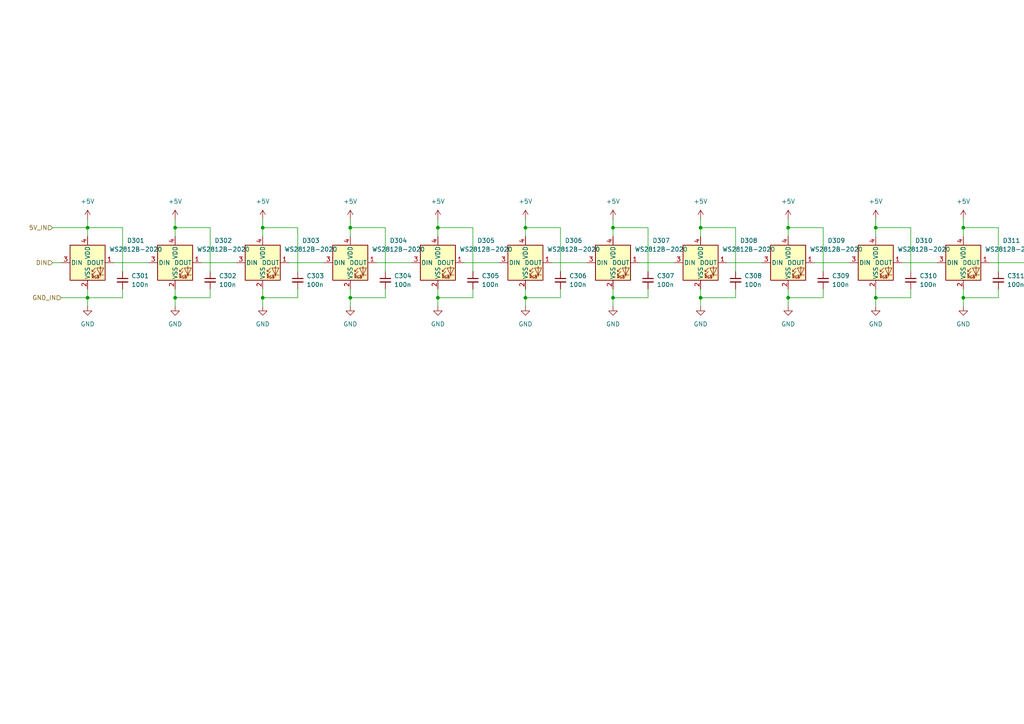
<source format=kicad_sch>
(kicad_sch (version 20250114) (generator "eeschema") (generator_version "9.0")
  (paper "A4")
  (lib_symbols
    (symbol "Device:C_Small" (pin_numbers (hide yes)) (pin_names (offset 0.254) (hide yes))
      (property "Reference" "C" (at 0.254 1.778 0))
      (property "Value" "C_Small" (at 0.254 -2.032 0))
      (symbol "C_Small_1_1"
        (pin passive line (at 0 2.54 270) (length 2.032) (name "~") (number "1"))
        (pin passive line (at 0 -2.54 90) (length 2.032) (name "~") (number "2"))
      )
    )
    (symbol "LED:WS2812B-2020" (pin_names (offset 0.254))
      (property "Reference" "D" (at 5.08 5.715 0))
      (property "Value" "WS2812B-2020" (at 1.27 -5.715 0))
      (symbol "WS2812B-2020_0_0"
        (text "RGB" (at 2.286 -4.191 0) (effects (font (size 0.762 0.762))))
      )
      (symbol "WS2812B-2020_1_1"
        (pin input line (at -7.62 0 0) (length 2.54) (name "DIN") (number "3"))
        (pin power_in line (at 0 7.62 270) (length 2.54) (name "VDD") (number "4"))
        (pin power_in line (at 0 -7.62 90) (length 2.54) (name "VSS") (number "2"))
        (pin output line (at 7.62 0 180) (length 2.54) (name "DOUT") (number "1"))
      )
    )
    (symbol "power:+5V" (power) (pin_numbers (hide yes)) (pin_names (offset 0) (hide yes))
      (property "Value" "+5V" (at 0 3.556 0))
      (symbol "+5V_1_1"
        (pin power_in line (at 0 0 90) (length 0) (name "~") (number "1"))
      )
    )
    (symbol "power:GND" (power) (pin_numbers (hide yes)) (pin_names (offset 0) (hide yes))
      (property "Value" "GND" (at 0 -3.81 0))
      (symbol "GND_1_1"
        (pin power_in line (at 0 0 270) (length 0) (name "~") (number "1"))
      )
    )
  )
  (junction (at 228.6 66.04))
  (junction (at 76.2 86.36))
  (junction (at 76.2 66.04))
  (junction (at 279.4 66.04))
  (junction (at 330.2 86.36))
  (junction (at 127 66.04))
  (junction (at 304.8 66.04))
  (junction (at 355.6 66.04))
  (junction (at 381 86.36))
  (junction (at 152.4 66.04))
  (junction (at 254 66.04))
  (junction (at 152.4 86.36))
  (junction (at 127 86.36))
  (junction (at 416.56 66.04))
  (junction (at 203.2 86.36))
  (junction (at 254 86.36))
  (junction (at 50.8 66.04))
  (junction (at 203.2 66.04))
  (junction (at 101.6 86.36))
  (junction (at 177.8 86.36))
  (junction (at 101.6 66.04))
  (junction (at 279.4 86.36))
  (junction (at 304.8 86.36))
  (junction (at 25.4 66.04))
  (junction (at 228.6 86.36))
  (junction (at 381 66.04))
  (junction (at 406.4 66.04))
  (junction (at 406.4 86.36))
  (junction (at 177.8 66.04))
  (junction (at 416.56 86.36))
  (junction (at 355.6 86.36))
  (junction (at 330.2 66.04))
  (junction (at 50.8 86.36))
  (junction (at 25.4 86.36))
  (wire (pts (xy 76.2 86.36) (xy 86.36 86.36)))
  (wire (pts (xy 127 66.04) (xy 137.16 66.04)))
  (wire (pts (xy 17.78 86.36) (xy 25.4 86.36)))
  (wire (pts (xy 289.56 66.04) (xy 289.56 78.74)))
  (wire (pts (xy 101.6 63.5) (xy 101.6 66.04)))
  (wire (pts (xy 279.4 86.36) (xy 289.56 86.36)))
  (wire (pts (xy 152.4 86.36) (xy 152.4 88.9)))
  (wire (pts (xy 279.4 66.04) (xy 289.56 66.04)))
  (wire (pts (xy 381 66.04) (xy 381 68.58)))
  (wire (pts (xy 381 86.36) (xy 391.16 86.36)))
  (wire (pts (xy 177.8 83.82) (xy 177.8 86.36)))
  (wire (pts (xy 177.8 66.04) (xy 177.8 68.58)))
  (wire (pts (xy 330.2 86.36) (xy 340.36 86.36)))
  (wire (pts (xy 312.42 76.2) (xy 322.58 76.2)))
  (wire (pts (xy 127 66.04) (xy 127 68.58)))
  (wire (pts (xy 406.4 66.04) (xy 406.4 68.58)))
  (wire (pts (xy 25.4 86.36) (xy 35.56 86.36)))
  (wire (pts (xy 160.02 76.2) (xy 170.18 76.2)))
  (wire (pts (xy 228.6 86.36) (xy 238.76 86.36)))
  (wire (pts (xy 101.6 86.36) (xy 111.76 86.36)))
  (wire (pts (xy 203.2 66.04) (xy 203.2 68.58)))
  (wire (pts (xy 162.56 66.04) (xy 162.56 78.74)))
  (wire (pts (xy 289.56 86.36) (xy 289.56 83.82)))
  (wire (pts (xy 330.2 66.04) (xy 340.36 66.04)))
  (wire (pts (xy 304.8 66.04) (xy 314.96 66.04)))
  (wire (pts (xy 152.4 66.04) (xy 152.4 68.58)))
  (wire (pts (xy 279.4 83.82) (xy 279.4 86.36)))
  (wire (pts (xy 50.8 86.36) (xy 50.8 88.9)))
  (wire (pts (xy 210.82 76.2) (xy 220.98 76.2)))
  (wire (pts (xy 381 83.82) (xy 381 86.36)))
  (wire (pts (xy 228.6 83.82) (xy 228.6 86.36)))
  (wire (pts (xy 254 63.5) (xy 254 66.04)))
  (wire (pts (xy 60.96 86.36) (xy 60.96 83.82)))
  (wire (pts (xy 152.4 66.04) (xy 162.56 66.04)))
  (wire (pts (xy 314.96 86.36) (xy 314.96 83.82)))
  (wire (pts (xy 279.4 66.04) (xy 279.4 68.58)))
  (wire (pts (xy 355.6 83.82) (xy 355.6 86.36)))
  (wire (pts (xy 187.96 86.36) (xy 187.96 83.82)))
  (wire (pts (xy 363.22 76.2) (xy 373.38 76.2)))
  (wire (pts (xy 330.2 63.5) (xy 330.2 66.04)))
  (wire (pts (xy 236.22 76.2) (xy 246.38 76.2)))
  (wire (pts (xy 381 66.04) (xy 391.16 66.04)))
  (wire (pts (xy 86.36 66.04) (xy 86.36 78.74)))
  (wire (pts (xy 25.4 63.5) (xy 25.4 66.04)))
  (wire (pts (xy 83.82 76.2) (xy 93.98 76.2)))
  (wire (pts (xy 177.8 86.36) (xy 187.96 86.36)))
  (wire (pts (xy 388.62 76.2) (xy 398.78 76.2)))
  (wire (pts (xy 279.4 63.5) (xy 279.4 66.04)))
  (wire (pts (xy 287.02 76.2) (xy 297.18 76.2)))
  (wire (pts (xy 254 66.04) (xy 264.16 66.04)))
  (wire (pts (xy 35.56 86.36) (xy 35.56 83.82)))
  (wire (pts (xy 304.8 83.82) (xy 304.8 86.36)))
  (wire (pts (xy 391.16 66.04) (xy 391.16 78.74)))
  (wire (pts (xy 304.8 66.04) (xy 304.8 68.58)))
  (wire (pts (xy 33.02 76.2) (xy 43.18 76.2)))
  (wire (pts (xy 355.6 86.36) (xy 365.76 86.36)))
  (wire (pts (xy 15.24 76.2) (xy 17.78 76.2)))
  (wire (pts (xy 355.6 63.5) (xy 355.6 66.04)))
  (wire (pts (xy 406.4 86.36) (xy 406.4 88.9)))
  (wire (pts (xy 50.8 66.04) (xy 50.8 68.58)))
  (wire (pts (xy 261.62 76.2) (xy 271.78 76.2)))
  (wire (pts (xy 213.36 86.36) (xy 213.36 83.82)))
  (wire (pts (xy 304.8 86.36) (xy 304.8 88.9)))
  (wire (pts (xy 187.96 66.04) (xy 187.96 78.74)))
  (wire (pts (xy 340.36 66.04) (xy 340.36 78.74)))
  (wire (pts (xy 416.56 66.04) (xy 424.18 66.04)))
  (wire (pts (xy 111.76 86.36) (xy 111.76 83.82)))
  (wire (pts (xy 355.6 66.04) (xy 365.76 66.04)))
  (wire (pts (xy 50.8 83.82) (xy 50.8 86.36)))
  (wire (pts (xy 416.56 66.04) (xy 416.56 78.74)))
  (wire (pts (xy 355.6 66.04) (xy 355.6 68.58)))
  (wire (pts (xy 137.16 66.04) (xy 137.16 78.74)))
  (wire (pts (xy 406.4 86.36) (xy 416.56 86.36)))
  (wire (pts (xy 58.42 76.2) (xy 68.58 76.2)))
  (wire (pts (xy 127 86.36) (xy 137.16 86.36)))
  (wire (pts (xy 238.76 86.36) (xy 238.76 83.82)))
  (wire (pts (xy 254 86.36) (xy 264.16 86.36)))
  (wire (pts (xy 381 86.36) (xy 381 88.9)))
  (wire (pts (xy 203.2 63.5) (xy 203.2 66.04)))
  (wire (pts (xy 238.76 66.04) (xy 238.76 78.74)))
  (wire (pts (xy 254 86.36) (xy 254 88.9)))
  (wire (pts (xy 127 86.36) (xy 127 88.9)))
  (wire (pts (xy 152.4 86.36) (xy 162.56 86.36)))
  (wire (pts (xy 25.4 66.04) (xy 35.56 66.04)))
  (wire (pts (xy 203.2 86.36) (xy 203.2 88.9)))
  (wire (pts (xy 101.6 86.36) (xy 101.6 88.9)))
  (wire (pts (xy 76.2 66.04) (xy 76.2 68.58)))
  (wire (pts (xy 330.2 86.36) (xy 330.2 88.9)))
  (wire (pts (xy 76.2 63.5) (xy 76.2 66.04)))
  (wire (pts (xy 50.8 66.04) (xy 60.96 66.04)))
  (wire (pts (xy 50.8 63.5) (xy 50.8 66.04)))
  (wire (pts (xy 101.6 66.04) (xy 101.6 68.58)))
  (wire (pts (xy 60.96 66.04) (xy 60.96 78.74)))
  (wire (pts (xy 416.56 86.36) (xy 416.56 83.82)))
  (wire (pts (xy 15.24 66.04) (xy 25.4 66.04)))
  (wire (pts (xy 25.4 66.04) (xy 25.4 68.58)))
  (wire (pts (xy 314.96 66.04) (xy 314.96 78.74)))
  (wire (pts (xy 203.2 86.36) (xy 213.36 86.36)))
  (wire (pts (xy 111.76 66.04) (xy 111.76 78.74)))
  (wire (pts (xy 134.62 76.2) (xy 144.78 76.2)))
  (wire (pts (xy 254 66.04) (xy 254 68.58)))
  (wire (pts (xy 127 83.82) (xy 127 86.36)))
  (wire (pts (xy 279.4 86.36) (xy 279.4 88.9)))
  (wire (pts (xy 381 63.5) (xy 381 66.04)))
  (wire (pts (xy 213.36 66.04) (xy 213.36 78.74)))
  (wire (pts (xy 355.6 86.36) (xy 355.6 88.9)))
  (wire (pts (xy 35.56 66.04) (xy 35.56 78.74)))
  (wire (pts (xy 228.6 86.36) (xy 228.6 88.9)))
  (wire (pts (xy 177.8 63.5) (xy 177.8 66.04)))
  (wire (pts (xy 365.76 86.36) (xy 365.76 83.82)))
  (wire (pts (xy 177.8 86.36) (xy 177.8 88.9)))
  (wire (pts (xy 203.2 66.04) (xy 213.36 66.04)))
  (wire (pts (xy 76.2 66.04) (xy 86.36 66.04)))
  (wire (pts (xy 391.16 86.36) (xy 391.16 83.82)))
  (wire (pts (xy 406.4 83.82) (xy 406.4 86.36)))
  (wire (pts (xy 228.6 66.04) (xy 238.76 66.04)))
  (wire (pts (xy 416.56 86.36) (xy 424.18 86.36)))
  (wire (pts (xy 264.16 66.04) (xy 264.16 78.74)))
  (wire (pts (xy 264.16 86.36) (xy 264.16 83.82)))
  (wire (pts (xy 25.4 83.82) (xy 25.4 86.36)))
  (wire (pts (xy 304.8 86.36) (xy 314.96 86.36)))
  (wire (pts (xy 406.4 66.04) (xy 416.56 66.04)))
  (wire (pts (xy 152.4 63.5) (xy 152.4 66.04)))
  (wire (pts (xy 304.8 63.5) (xy 304.8 66.04)))
  (wire (pts (xy 162.56 86.36) (xy 162.56 83.82)))
  (wire (pts (xy 330.2 66.04) (xy 330.2 68.58)))
  (wire (pts (xy 365.76 66.04) (xy 365.76 78.74)))
  (wire (pts (xy 228.6 63.5) (xy 228.6 66.04)))
  (wire (pts (xy 101.6 66.04) (xy 111.76 66.04)))
  (wire (pts (xy 203.2 83.82) (xy 203.2 86.36)))
  (wire (pts (xy 25.4 86.36) (xy 25.4 88.9)))
  (wire (pts (xy 340.36 86.36) (xy 340.36 83.82)))
  (wire (pts (xy 330.2 83.82) (xy 330.2 86.36)))
  (wire (pts (xy 50.8 86.36) (xy 60.96 86.36)))
  (wire (pts (xy 185.42 76.2) (xy 195.58 76.2)))
  (wire (pts (xy 109.22 76.2) (xy 119.38 76.2)))
  (wire (pts (xy 76.2 83.82) (xy 76.2 86.36)))
  (wire (pts (xy 152.4 83.82) (xy 152.4 86.36)))
  (wire (pts (xy 254 83.82) (xy 254 86.36)))
  (wire (pts (xy 127 63.5) (xy 127 66.04)))
  (wire (pts (xy 414.02 76.2) (xy 424.18 76.2)))
  (wire (pts (xy 337.82 76.2) (xy 347.98 76.2)))
  (wire (pts (xy 137.16 86.36) (xy 137.16 83.82)))
  (wire (pts (xy 406.4 63.5) (xy 406.4 66.04)))
  (wire (pts (xy 228.6 66.04) (xy 228.6 68.58)))
  (wire (pts (xy 76.2 86.36) (xy 76.2 88.9)))
  (wire (pts (xy 86.36 86.36) (xy 86.36 83.82)))
  (wire (pts (xy 101.6 83.82) (xy 101.6 86.36)))
  (wire (pts (xy 177.8 66.04) (xy 187.96 66.04)))
  (hierarchical_label "DOUT" (shape input) (at 424.18 76.2 0))
  (hierarchical_label "5V_OUT" (shape input) (at 424.18 66.04 0))
  (hierarchical_label "DIN" (shape input) (at 15.24 76.2 180))
  (hierarchical_label "GND_IN" (shape input) (at 17.78 86.36 180))
  (hierarchical_label "GND_OUT" (shape input) (at 424.18 86.36 0))
  (hierarchical_label "5V_IN" (shape input) (at 15.24 66.04 180))
  (symbol (lib_id "power:GND") (at 25.4 88.9 0) (unit 1)
    (property "Reference" "#PWR0202" (effects (hide yes)))
    (property "Value" "GND" (at 25.4 93.98 0))
    (property "Description" "Power symbol creates a global label with name \"GND\" , ground" (effects (hide yes)))
    (instances (project "encoderTest" (path "" (reference "#PWR0302") (unit 1))) (project "ledRing4" (path "" (reference "#PWR?") (unit 1)) (path "" (reference "#PWR?") (unit 1)) (path "" (reference "#PWR?") (unit 1)) (path "" (reference "#PWR?") (unit 1))) (project "NiController" (path "" (reference "#PWR0402") (unit 1)) (path "" (reference "#PWR0202") (unit 1)) (path "" (reference "#PWR0502") (unit 1)) (path "" (reference "#PWR0302") (unit 1))))
  )
  (symbol (lib_id "power:GND") (at 304.8 88.9 0) (unit 1)
    (property "Reference" "#PWR0224" (effects (hide yes)))
    (property "Value" "GND" (at 304.8 93.98 0))
    (property "Description" "Power symbol creates a global label with name \"GND\" , ground" (effects (hide yes)))
    (instances (project "encoderTest" (path "" (reference "#PWR0324") (unit 1))) (project "ledRing4" (path "" (reference "#PWR?") (unit 1)) (path "" (reference "#PWR?") (unit 1)) (path "" (reference "#PWR?") (unit 1)) (path "" (reference "#PWR?") (unit 1))) (project "NiController" (path "" (reference "#PWR0424") (unit 1)) (path "" (reference "#PWR0224") (unit 1)) (path "" (reference "#PWR0524") (unit 1)) (path "" (reference "#PWR0324") (unit 1))))
  )
  (symbol (lib_id "power:+5V") (at 381 63.5 0) (unit 1)
    (property "Reference" "#PWR0229" (effects (hide yes)))
    (property "Value" "+5V" (at 381 58.42 0))
    (property "Description" "Power symbol creates a global label with name \"+5V\"" (effects (hide yes)))
    (instances (project "encoderTest" (path "" (reference "#PWR0329") (unit 1))) (project "ledRing4" (path "" (reference "#PWR?") (unit 1)) (path "" (reference "#PWR?") (unit 1)) (path "" (reference "#PWR?") (unit 1)) (path "" (reference "#PWR?") (unit 1))) (project "NiController" (path "" (reference "#PWR0429") (unit 1)) (path "" (reference "#PWR0229") (unit 1)) (path "" (reference "#PWR0529") (unit 1)) (path "" (reference "#PWR0329") (unit 1))))
  )
  (symbol (lib_id "power:GND") (at 355.6 88.9 0) (unit 1)
    (property "Reference" "#PWR0228" (effects (hide yes)))
    (property "Value" "GND" (at 355.6 93.98 0))
    (property "Description" "Power symbol creates a global label with name \"GND\" , ground" (effects (hide yes)))
    (instances (project "encoderTest" (path "" (reference "#PWR0328") (unit 1))) (project "ledRing4" (path "" (reference "#PWR?") (unit 1)) (path "" (reference "#PWR?") (unit 1)) (path "" (reference "#PWR?") (unit 1)) (path "" (reference "#PWR?") (unit 1))) (project "NiController" (path "" (reference "#PWR0428") (unit 1)) (path "" (reference "#PWR0228") (unit 1)) (path "" (reference "#PWR0528") (unit 1)) (path "" (reference "#PWR0328") (unit 1))))
  )
  (symbol (lib_id "power:+5V") (at 355.6 63.5 0) (unit 1)
    (property "Reference" "#PWR0227" (effects (hide yes)))
    (property "Value" "+5V" (at 355.6 58.42 0))
    (property "Description" "Power symbol creates a global label with name \"+5V\"" (effects (hide yes)))
    (instances (project "encoderTest" (path "" (reference "#PWR0327") (unit 1))) (project "ledRing4" (path "" (reference "#PWR?") (unit 1)) (path "" (reference "#PWR?") (unit 1)) (path "" (reference "#PWR?") (unit 1)) (path "" (reference "#PWR?") (unit 1))) (project "NiController" (path "" (reference "#PWR0427") (unit 1)) (path "" (reference "#PWR0227") (unit 1)) (path "" (reference "#PWR0527") (unit 1)) (path "" (reference "#PWR0327") (unit 1))))
  )
  (symbol (lib_id "Device:C_Small") (at 365.76 81.28 0) (unit 1)
    (property "Reference" "C214" (at 368.3 80.0162 0) (effects (justify left)))
    (property "Value" "100n" (at 368.3 82.5562 0) (effects (justify left)))
    (property "Footprint" "Capacitor_SMD:C_0603_1608Metric" (effects (hide yes)))
    (property "Description" "Unpolarized capacitor, small symbol" (effects (hide yes)))
    (instances (project "encoderTest" (path "" (reference "C314") (unit 1))) (project "ledRing4" (path "" (reference "C?") (unit 1)) (path "" (reference "C?") (unit 1)) (path "" (reference "C?") (unit 1)) (path "" (reference "C?") (unit 1))) (project "NiController" (path "" (reference "C414") (unit 1)) (path "" (reference "C214") (unit 1)) (path "" (reference "C514") (unit 1)) (path "" (reference "C314") (unit 1))))
  )
  (symbol (lib_id "LED:WS2812B-2020") (at 127 76.2 0) (unit 1)
    (property "Reference" "D205" (at 140.97 69.7798 0))
    (property "Value" "WS2812B-2020" (at 140.97 72.3198 0))
    (property "Footprint" "LED_SMD:LED_WS2812B-2020_PLCC4_2.0x2.0mm" (effects (hide yes)))
    (property "Datasheet" "https://cdn-shop.adafruit.com/product-files/4684/4684_WS2812B-2020_V1.3_EN.pdf" (effects (hide yes)))
    (property "Description" "RGB LED with integrated controller, 2.0 x 2.0 mm, 12 mA" (effects (hide yes)))
    (instances (project "encoderTest" (path "" (reference "D305") (unit 1))) (project "ledRing4" (path "" (reference "D?") (unit 1)) (path "" (reference "D?") (unit 1)) (path "" (reference "D?") (unit 1)) (path "" (reference "D?") (unit 1))) (project "NiController" (path "" (reference "D405") (unit 1)) (path "" (reference "D205") (unit 1)) (path "" (reference "D505") (unit 1)) (path "" (reference "D305") (unit 1))))
  )
  (symbol (lib_id "Device:C_Small") (at 86.36 81.28 0) (unit 1)
    (property "Reference" "C203" (at 88.9 80.0162 0) (effects (justify left)))
    (property "Value" "100n" (at 88.9 82.5562 0) (effects (justify left)))
    (property "Footprint" "Capacitor_SMD:C_0603_1608Metric" (effects (hide yes)))
    (property "Description" "Unpolarized capacitor, small symbol" (effects (hide yes)))
    (instances (project "encoderTest" (path "" (reference "C303") (unit 1))) (project "ledRing4" (path "" (reference "C?") (unit 1)) (path "" (reference "C?") (unit 1)) (path "" (reference "C?") (unit 1)) (path "" (reference "C?") (unit 1))) (project "NiController" (path "" (reference "C403") (unit 1)) (path "" (reference "C203") (unit 1)) (path "" (reference "C503") (unit 1)) (path "" (reference "C303") (unit 1))))
  )
  (symbol (lib_id "LED:WS2812B-2020") (at 101.6 76.2 0) (unit 1)
    (property "Reference" "D204" (at 115.57 69.7798 0))
    (property "Value" "WS2812B-2020" (at 115.57 72.3198 0))
    (property "Footprint" "LED_SMD:LED_WS2812B-2020_PLCC4_2.0x2.0mm" (effects (hide yes)))
    (property "Datasheet" "https://cdn-shop.adafruit.com/product-files/4684/4684_WS2812B-2020_V1.3_EN.pdf" (effects (hide yes)))
    (property "Description" "RGB LED with integrated controller, 2.0 x 2.0 mm, 12 mA" (effects (hide yes)))
    (instances (project "encoderTest" (path "" (reference "D304") (unit 1))) (project "ledRing4" (path "" (reference "D?") (unit 1)) (path "" (reference "D?") (unit 1)) (path "" (reference "D?") (unit 1)) (path "" (reference "D?") (unit 1))) (project "NiController" (path "" (reference "D404") (unit 1)) (path "" (reference "D204") (unit 1)) (path "" (reference "D504") (unit 1)) (path "" (reference "D304") (unit 1))))
  )
  (symbol (lib_id "Device:C_Small") (at 391.16 81.28 0) (unit 1)
    (property "Reference" "C215" (at 393.7 80.0162 0) (effects (justify left)))
    (property "Value" "100n" (at 393.7 82.5562 0) (effects (justify left)))
    (property "Footprint" "Capacitor_SMD:C_0603_1608Metric" (effects (hide yes)))
    (property "Description" "Unpolarized capacitor, small symbol" (effects (hide yes)))
    (instances (project "encoderTest" (path "" (reference "C315") (unit 1))) (project "ledRing4" (path "" (reference "C?") (unit 1)) (path "" (reference "C?") (unit 1)) (path "" (reference "C?") (unit 1)) (path "" (reference "C?") (unit 1))) (project "NiController" (path "" (reference "C415") (unit 1)) (path "" (reference "C215") (unit 1)) (path "" (reference "C515") (unit 1)) (path "" (reference "C315") (unit 1))))
  )
  (symbol (lib_id "power:+5V") (at 152.4 63.5 0) (unit 1)
    (property "Reference" "#PWR0211" (effects (hide yes)))
    (property "Value" "+5V" (at 152.4 58.42 0))
    (property "Description" "Power symbol creates a global label with name \"+5V\"" (effects (hide yes)))
    (instances (project "encoderTest" (path "" (reference "#PWR0311") (unit 1))) (project "ledRing4" (path "" (reference "#PWR?") (unit 1)) (path "" (reference "#PWR?") (unit 1)) (path "" (reference "#PWR?") (unit 1)) (path "" (reference "#PWR?") (unit 1))) (project "NiController" (path "" (reference "#PWR0411") (unit 1)) (path "" (reference "#PWR0211") (unit 1)) (path "" (reference "#PWR0511") (unit 1)) (path "" (reference "#PWR0311") (unit 1))))
  )
  (symbol (lib_id "power:+5V") (at 203.2 63.5 0) (unit 1)
    (property "Reference" "#PWR0215" (effects (hide yes)))
    (property "Value" "+5V" (at 203.2 58.42 0))
    (property "Description" "Power symbol creates a global label with name \"+5V\"" (effects (hide yes)))
    (instances (project "encoderTest" (path "" (reference "#PWR0315") (unit 1))) (project "ledRing4" (path "" (reference "#PWR?") (unit 1)) (path "" (reference "#PWR?") (unit 1)) (path "" (reference "#PWR?") (unit 1)) (path "" (reference "#PWR?") (unit 1))) (project "NiController" (path "" (reference "#PWR0415") (unit 1)) (path "" (reference "#PWR0215") (unit 1)) (path "" (reference "#PWR0515") (unit 1)) (path "" (reference "#PWR0315") (unit 1))))
  )
  (symbol (lib_id "LED:WS2812B-2020") (at 203.2 76.2 0) (unit 1)
    (property "Reference" "D208" (at 217.17 69.7798 0))
    (property "Value" "WS2812B-2020" (at 217.17 72.3198 0))
    (property "Footprint" "LED_SMD:LED_WS2812B-2020_PLCC4_2.0x2.0mm" (effects (hide yes)))
    (property "Datasheet" "https://cdn-shop.adafruit.com/product-files/4684/4684_WS2812B-2020_V1.3_EN.pdf" (effects (hide yes)))
    (property "Description" "RGB LED with integrated controller, 2.0 x 2.0 mm, 12 mA" (effects (hide yes)))
    (instances (project "encoderTest" (path "" (reference "D308") (unit 1))) (project "ledRing4" (path "" (reference "D?") (unit 1)) (path "" (reference "D?") (unit 1)) (path "" (reference "D?") (unit 1)) (path "" (reference "D?") (unit 1))) (project "NiController" (path "" (reference "D408") (unit 1)) (path "" (reference "D208") (unit 1)) (path "" (reference "D508") (unit 1)) (path "" (reference "D308") (unit 1))))
  )
  (symbol (lib_id "power:GND") (at 381 88.9 0) (unit 1)
    (property "Reference" "#PWR0230" (effects (hide yes)))
    (property "Value" "GND" (at 381 93.98 0))
    (property "Description" "Power symbol creates a global label with name \"GND\" , ground" (effects (hide yes)))
    (instances (project "encoderTest" (path "" (reference "#PWR0330") (unit 1))) (project "ledRing4" (path "" (reference "#PWR?") (unit 1)) (path "" (reference "#PWR?") (unit 1)) (path "" (reference "#PWR?") (unit 1)) (path "" (reference "#PWR?") (unit 1))) (project "NiController" (path "" (reference "#PWR0430") (unit 1)) (path "" (reference "#PWR0230") (unit 1)) (path "" (reference "#PWR0530") (unit 1)) (path "" (reference "#PWR0330") (unit 1))))
  )
  (symbol (lib_id "power:+5V") (at 228.6 63.5 0) (unit 1)
    (property "Reference" "#PWR0217" (effects (hide yes)))
    (property "Value" "+5V" (at 228.6 58.42 0))
    (property "Description" "Power symbol creates a global label with name \"+5V\"" (effects (hide yes)))
    (instances (project "encoderTest" (path "" (reference "#PWR0317") (unit 1))) (project "ledRing4" (path "" (reference "#PWR?") (unit 1)) (path "" (reference "#PWR?") (unit 1)) (path "" (reference "#PWR?") (unit 1)) (path "" (reference "#PWR?") (unit 1))) (project "NiController" (path "" (reference "#PWR0417") (unit 1)) (path "" (reference "#PWR0217") (unit 1)) (path "" (reference "#PWR0517") (unit 1)) (path "" (reference "#PWR0317") (unit 1))))
  )
  (symbol (lib_id "power:GND") (at 406.4 88.9 0) (unit 1)
    (property "Reference" "#PWR0232" (effects (hide yes)))
    (property "Value" "GND" (at 406.4 93.98 0))
    (property "Description" "Power symbol creates a global label with name \"GND\" , ground" (effects (hide yes)))
    (instances (project "encoderTest" (path "" (reference "#PWR0332") (unit 1))) (project "ledRing4" (path "" (reference "#PWR?") (unit 1)) (path "" (reference "#PWR?") (unit 1)) (path "" (reference "#PWR?") (unit 1)) (path "" (reference "#PWR?") (unit 1))) (project "NiController" (path "" (reference "#PWR0432") (unit 1)) (path "" (reference "#PWR0232") (unit 1)) (path "" (reference "#PWR0532") (unit 1)) (path "" (reference "#PWR0332") (unit 1))))
  )
  (symbol (lib_id "LED:WS2812B-2020") (at 25.4 76.2 0) (unit 1)
    (property "Reference" "D201" (at 39.37 69.7798 0))
    (property "Value" "WS2812B-2020" (at 39.37 72.3198 0))
    (property "Footprint" "LED_SMD:LED_WS2812B-2020_PLCC4_2.0x2.0mm" (effects (hide yes)))
    (property "Datasheet" "https://cdn-shop.adafruit.com/product-files/4684/4684_WS2812B-2020_V1.3_EN.pdf" (effects (hide yes)))
    (property "Description" "RGB LED with integrated controller, 2.0 x 2.0 mm, 12 mA" (effects (hide yes)))
    (instances (project "encoderTest" (path "" (reference "D301") (unit 1))) (project "ledRing4" (path "" (reference "D?") (unit 1)) (path "" (reference "D?") (unit 1)) (path "" (reference "D?") (unit 1)) (path "" (reference "D?") (unit 1))) (project "NiController" (path "" (reference "D401") (unit 1)) (path "" (reference "D201") (unit 1)) (path "" (reference "D501") (unit 1)) (path "" (reference "D301") (unit 1))))
  )
  (symbol (lib_id "power:+5V") (at 330.2 63.5 0) (unit 1)
    (property "Reference" "#PWR0225" (effects (hide yes)))
    (property "Value" "+5V" (at 330.2 58.42 0))
    (property "Description" "Power symbol creates a global label with name \"+5V\"" (effects (hide yes)))
    (instances (project "encoderTest" (path "" (reference "#PWR0325") (unit 1))) (project "ledRing4" (path "" (reference "#PWR?") (unit 1)) (path "" (reference "#PWR?") (unit 1)) (path "" (reference "#PWR?") (unit 1)) (path "" (reference "#PWR?") (unit 1))) (project "NiController" (path "" (reference "#PWR0425") (unit 1)) (path "" (reference "#PWR0225") (unit 1)) (path "" (reference "#PWR0525") (unit 1)) (path "" (reference "#PWR0325") (unit 1))))
  )
  (symbol (lib_id "power:+5V") (at 50.8 63.5 0) (unit 1)
    (property "Reference" "#PWR0203" (effects (hide yes)))
    (property "Value" "+5V" (at 50.8 58.42 0))
    (property "Description" "Power symbol creates a global label with name \"+5V\"" (effects (hide yes)))
    (instances (project "encoderTest" (path "" (reference "#PWR0303") (unit 1))) (project "ledRing4" (path "" (reference "#PWR?") (unit 1)) (path "" (reference "#PWR?") (unit 1)) (path "" (reference "#PWR?") (unit 1)) (path "" (reference "#PWR?") (unit 1))) (project "NiController" (path "" (reference "#PWR0403") (unit 1)) (path "" (reference "#PWR0203") (unit 1)) (path "" (reference "#PWR0503") (unit 1)) (path "" (reference "#PWR0303") (unit 1))))
  )
  (symbol (lib_id "power:+5V") (at 254 63.5 0) (unit 1)
    (property "Reference" "#PWR0219" (effects (hide yes)))
    (property "Value" "+5V" (at 254 58.42 0))
    (property "Description" "Power symbol creates a global label with name \"+5V\"" (effects (hide yes)))
    (instances (project "encoderTest" (path "" (reference "#PWR0319") (unit 1))) (project "ledRing4" (path "" (reference "#PWR?") (unit 1)) (path "" (reference "#PWR?") (unit 1)) (path "" (reference "#PWR?") (unit 1)) (path "" (reference "#PWR?") (unit 1))) (project "NiController" (path "" (reference "#PWR0419") (unit 1)) (path "" (reference "#PWR0219") (unit 1)) (path "" (reference "#PWR0519") (unit 1)) (path "" (reference "#PWR0319") (unit 1))))
  )
  (symbol (lib_id "power:GND") (at 127 88.9 0) (unit 1)
    (property "Reference" "#PWR0210" (effects (hide yes)))
    (property "Value" "GND" (at 127 93.98 0))
    (property "Description" "Power symbol creates a global label with name \"GND\" , ground" (effects (hide yes)))
    (instances (project "encoderTest" (path "" (reference "#PWR0310") (unit 1))) (project "ledRing4" (path "" (reference "#PWR?") (unit 1)) (path "" (reference "#PWR?") (unit 1)) (path "" (reference "#PWR?") (unit 1)) (path "" (reference "#PWR?") (unit 1))) (project "NiController" (path "" (reference "#PWR0410") (unit 1)) (path "" (reference "#PWR0210") (unit 1)) (path "" (reference "#PWR0510") (unit 1)) (path "" (reference "#PWR0310") (unit 1))))
  )
  (symbol (lib_id "LED:WS2812B-2020") (at 330.2 76.2 0) (unit 1)
    (property "Reference" "D213" (at 344.17 69.7798 0))
    (property "Value" "WS2812B-2020" (at 344.17 72.3198 0))
    (property "Footprint" "LED_SMD:LED_WS2812B-2020_PLCC4_2.0x2.0mm" (effects (hide yes)))
    (property "Datasheet" "https://cdn-shop.adafruit.com/product-files/4684/4684_WS2812B-2020_V1.3_EN.pdf" (effects (hide yes)))
    (property "Description" "RGB LED with integrated controller, 2.0 x 2.0 mm, 12 mA" (effects (hide yes)))
    (instances (project "encoderTest" (path "" (reference "D313") (unit 1))) (project "ledRing4" (path "" (reference "D?") (unit 1)) (path "" (reference "D?") (unit 1)) (path "" (reference "D?") (unit 1)) (path "" (reference "D?") (unit 1))) (project "NiController" (path "" (reference "D413") (unit 1)) (path "" (reference "D213") (unit 1)) (path "" (reference "D513") (unit 1)) (path "" (reference "D313") (unit 1))))
  )
  (symbol (lib_id "power:GND") (at 254 88.9 0) (unit 1)
    (property "Reference" "#PWR0220" (effects (hide yes)))
    (property "Value" "GND" (at 254 93.98 0))
    (property "Description" "Power symbol creates a global label with name \"GND\" , ground" (effects (hide yes)))
    (instances (project "encoderTest" (path "" (reference "#PWR0320") (unit 1))) (project "ledRing4" (path "" (reference "#PWR?") (unit 1)) (path "" (reference "#PWR?") (unit 1)) (path "" (reference "#PWR?") (unit 1)) (path "" (reference "#PWR?") (unit 1))) (project "NiController" (path "" (reference "#PWR0420") (unit 1)) (path "" (reference "#PWR0220") (unit 1)) (path "" (reference "#PWR0520") (unit 1)) (path "" (reference "#PWR0320") (unit 1))))
  )
  (symbol (lib_id "power:+5V") (at 25.4 63.5 0) (unit 1)
    (property "Reference" "#PWR0201" (effects (hide yes)))
    (property "Value" "+5V" (at 25.4 58.42 0))
    (property "Description" "Power symbol creates a global label with name \"+5V\"" (effects (hide yes)))
    (instances (project "encoderTest" (path "" (reference "#PWR0301") (unit 1))) (project "ledRing4" (path "" (reference "#PWR?") (unit 1)) (path "" (reference "#PWR?") (unit 1)) (path "" (reference "#PWR?") (unit 1)) (path "" (reference "#PWR?") (unit 1))) (project "NiController" (path "" (reference "#PWR0401") (unit 1)) (path "" (reference "#PWR0201") (unit 1)) (path "" (reference "#PWR0501") (unit 1)) (path "" (reference "#PWR0301") (unit 1))))
  )
  (symbol (lib_id "Device:C_Small") (at 137.16 81.28 0) (unit 1)
    (property "Reference" "C205" (at 139.7 80.0162 0) (effects (justify left)))
    (property "Value" "100n" (at 139.7 82.5562 0) (effects (justify left)))
    (property "Footprint" "Capacitor_SMD:C_0603_1608Metric" (effects (hide yes)))
    (property "Description" "Unpolarized capacitor, small symbol" (effects (hide yes)))
    (instances (project "encoderTest" (path "" (reference "C305") (unit 1))) (project "ledRing4" (path "" (reference "C?") (unit 1)) (path "" (reference "C?") (unit 1)) (path "" (reference "C?") (unit 1)) (path "" (reference "C?") (unit 1))) (project "NiController" (path "" (reference "C405") (unit 1)) (path "" (reference "C205") (unit 1)) (path "" (reference "C505") (unit 1)) (path "" (reference "C305") (unit 1))))
  )
  (symbol (lib_id "Device:C_Small") (at 289.56 81.28 0) (unit 1)
    (property "Reference" "C211" (at 292.1 80.0162 0) (effects (justify left)))
    (property "Value" "100n" (at 292.1 82.5562 0) (effects (justify left)))
    (property "Footprint" "Capacitor_SMD:C_0603_1608Metric" (effects (hide yes)))
    (property "Description" "Unpolarized capacitor, small symbol" (effects (hide yes)))
    (instances (project "encoderTest" (path "" (reference "C311") (unit 1))) (project "ledRing4" (path "" (reference "C?") (unit 1)) (path "" (reference "C?") (unit 1)) (path "" (reference "C?") (unit 1)) (path "" (reference "C?") (unit 1))) (project "NiController" (path "" (reference "C411") (unit 1)) (path "" (reference "C211") (unit 1)) (path "" (reference "C511") (unit 1)) (path "" (reference "C311") (unit 1))))
  )
  (symbol (lib_id "Device:C_Small") (at 314.96 81.28 0) (unit 1)
    (property "Reference" "C212" (at 317.5 80.0162 0) (effects (justify left)))
    (property "Value" "100n" (at 317.5 82.5562 0) (effects (justify left)))
    (property "Footprint" "Capacitor_SMD:C_0603_1608Metric" (effects (hide yes)))
    (property "Description" "Unpolarized capacitor, small symbol" (effects (hide yes)))
    (instances (project "encoderTest" (path "" (reference "C312") (unit 1))) (project "ledRing4" (path "" (reference "C?") (unit 1)) (path "" (reference "C?") (unit 1)) (path "" (reference "C?") (unit 1)) (path "" (reference "C?") (unit 1))) (project "NiController" (path "" (reference "C412") (unit 1)) (path "" (reference "C212") (unit 1)) (path "" (reference "C512") (unit 1)) (path "" (reference "C312") (unit 1))))
  )
  (symbol (lib_id "LED:WS2812B-2020") (at 279.4 76.2 0) (unit 1)
    (property "Reference" "D211" (at 293.37 69.7798 0))
    (property "Value" "WS2812B-2020" (at 293.37 72.3198 0))
    (property "Footprint" "LED_SMD:LED_WS2812B-2020_PLCC4_2.0x2.0mm" (effects (hide yes)))
    (property "Datasheet" "https://cdn-shop.adafruit.com/product-files/4684/4684_WS2812B-2020_V1.3_EN.pdf" (effects (hide yes)))
    (property "Description" "RGB LED with integrated controller, 2.0 x 2.0 mm, 12 mA" (effects (hide yes)))
    (instances (project "encoderTest" (path "" (reference "D311") (unit 1))) (project "ledRing4" (path "" (reference "D?") (unit 1)) (path "" (reference "D?") (unit 1)) (path "" (reference "D?") (unit 1)) (path "" (reference "D?") (unit 1))) (project "NiController" (path "" (reference "D411") (unit 1)) (path "" (reference "D211") (unit 1)) (path "" (reference "D511") (unit 1)) (path "" (reference "D311") (unit 1))))
  )
  (symbol (lib_id "power:GND") (at 203.2 88.9 0) (unit 1)
    (property "Reference" "#PWR0216" (effects (hide yes)))
    (property "Value" "GND" (at 203.2 93.98 0))
    (property "Description" "Power symbol creates a global label with name \"GND\" , ground" (effects (hide yes)))
    (instances (project "encoderTest" (path "" (reference "#PWR0316") (unit 1))) (project "ledRing4" (path "" (reference "#PWR?") (unit 1)) (path "" (reference "#PWR?") (unit 1)) (path "" (reference "#PWR?") (unit 1)) (path "" (reference "#PWR?") (unit 1))) (project "NiController" (path "" (reference "#PWR0416") (unit 1)) (path "" (reference "#PWR0216") (unit 1)) (path "" (reference "#PWR0516") (unit 1)) (path "" (reference "#PWR0316") (unit 1))))
  )
  (symbol (lib_id "LED:WS2812B-2020") (at 381 76.2 0) (unit 1)
    (property "Reference" "D215" (at 394.97 69.7798 0))
    (property "Value" "WS2812B-2020" (at 394.97 72.3198 0))
    (property "Footprint" "LED_SMD:LED_WS2812B-2020_PLCC4_2.0x2.0mm" (effects (hide yes)))
    (property "Datasheet" "https://cdn-shop.adafruit.com/product-files/4684/4684_WS2812B-2020_V1.3_EN.pdf" (effects (hide yes)))
    (property "Description" "RGB LED with integrated controller, 2.0 x 2.0 mm, 12 mA" (effects (hide yes)))
    (instances (project "encoderTest" (path "" (reference "D315") (unit 1))) (project "ledRing4" (path "" (reference "D?") (unit 1)) (path "" (reference "D?") (unit 1)) (path "" (reference "D?") (unit 1)) (path "" (reference "D?") (unit 1))) (project "NiController" (path "" (reference "D415") (unit 1)) (path "" (reference "D215") (unit 1)) (path "" (reference "D515") (unit 1)) (path "" (reference "D315") (unit 1))))
  )
  (symbol (lib_id "power:+5V") (at 279.4 63.5 0) (unit 1)
    (property "Reference" "#PWR0221" (effects (hide yes)))
    (property "Value" "+5V" (at 279.4 58.42 0))
    (property "Description" "Power symbol creates a global label with name \"+5V\"" (effects (hide yes)))
    (instances (project "encoderTest" (path "" (reference "#PWR0321") (unit 1))) (project "ledRing4" (path "" (reference "#PWR?") (unit 1)) (path "" (reference "#PWR?") (unit 1)) (path "" (reference "#PWR?") (unit 1)) (path "" (reference "#PWR?") (unit 1))) (project "NiController" (path "" (reference "#PWR0421") (unit 1)) (path "" (reference "#PWR0221") (unit 1)) (path "" (reference "#PWR0521") (unit 1)) (path "" (reference "#PWR0321") (unit 1))))
  )
  (symbol (lib_id "power:GND") (at 50.8 88.9 0) (unit 1)
    (property "Reference" "#PWR0204" (effects (hide yes)))
    (property "Value" "GND" (at 50.8 93.98 0))
    (property "Description" "Power symbol creates a global label with name \"GND\" , ground" (effects (hide yes)))
    (instances (project "encoderTest" (path "" (reference "#PWR0304") (unit 1))) (project "ledRing4" (path "" (reference "#PWR?") (unit 1)) (path "" (reference "#PWR?") (unit 1)) (path "" (reference "#PWR?") (unit 1)) (path "" (reference "#PWR?") (unit 1))) (project "NiController" (path "" (reference "#PWR0404") (unit 1)) (path "" (reference "#PWR0204") (unit 1)) (path "" (reference "#PWR0504") (unit 1)) (path "" (reference "#PWR0304") (unit 1))))
  )
  (symbol (lib_id "LED:WS2812B-2020") (at 406.4 76.2 0) (unit 1)
    (property "Reference" "D216" (at 420.37 69.7798 0))
    (property "Value" "WS2812B-2020" (at 420.37 72.3198 0))
    (property "Footprint" "LED_SMD:LED_WS2812B-2020_PLCC4_2.0x2.0mm" (effects (hide yes)))
    (property "Datasheet" "https://cdn-shop.adafruit.com/product-files/4684/4684_WS2812B-2020_V1.3_EN.pdf" (effects (hide yes)))
    (property "Description" "RGB LED with integrated controller, 2.0 x 2.0 mm, 12 mA" (effects (hide yes)))
    (instances (project "encoderTest" (path "" (reference "D316") (unit 1))) (project "ledRing4" (path "" (reference "D?") (unit 1)) (path "" (reference "D?") (unit 1)) (path "" (reference "D?") (unit 1)) (path "" (reference "D?") (unit 1))) (project "NiController" (path "" (reference "D416") (unit 1)) (path "" (reference "D216") (unit 1)) (path "" (reference "D516") (unit 1)) (path "" (reference "D316") (unit 1))))
  )
  (symbol (lib_id "power:GND") (at 101.6 88.9 0) (unit 1)
    (property "Reference" "#PWR0208" (effects (hide yes)))
    (property "Value" "GND" (at 101.6 93.98 0))
    (property "Description" "Power symbol creates a global label with name \"GND\" , ground" (effects (hide yes)))
    (instances (project "encoderTest" (path "" (reference "#PWR0308") (unit 1))) (project "ledRing4" (path "" (reference "#PWR?") (unit 1)) (path "" (reference "#PWR?") (unit 1)) (path "" (reference "#PWR?") (unit 1)) (path "" (reference "#PWR?") (unit 1))) (project "NiController" (path "" (reference "#PWR0408") (unit 1)) (path "" (reference "#PWR0208") (unit 1)) (path "" (reference "#PWR0508") (unit 1)) (path "" (reference "#PWR0308") (unit 1))))
  )
  (symbol (lib_id "LED:WS2812B-2020") (at 76.2 76.2 0) (unit 1)
    (property "Reference" "D203" (at 90.17 69.7798 0))
    (property "Value" "WS2812B-2020" (at 90.17 72.3198 0))
    (property "Footprint" "LED_SMD:LED_WS2812B-2020_PLCC4_2.0x2.0mm" (effects (hide yes)))
    (property "Datasheet" "https://cdn-shop.adafruit.com/product-files/4684/4684_WS2812B-2020_V1.3_EN.pdf" (effects (hide yes)))
    (property "Description" "RGB LED with integrated controller, 2.0 x 2.0 mm, 12 mA" (effects (hide yes)))
    (instances (project "encoderTest" (path "" (reference "D303") (unit 1))) (project "ledRing4" (path "" (reference "D?") (unit 1)) (path "" (reference "D?") (unit 1)) (path "" (reference "D?") (unit 1)) (path "" (reference "D?") (unit 1))) (project "NiController" (path "" (reference "D403") (unit 1)) (path "" (reference "D203") (unit 1)) (path "" (reference "D503") (unit 1)) (path "" (reference "D303") (unit 1))))
  )
  (symbol (lib_id "Device:C_Small") (at 111.76 81.28 0) (unit 1)
    (property "Reference" "C204" (at 114.3 80.0162 0) (effects (justify left)))
    (property "Value" "100n" (at 114.3 82.5562 0) (effects (justify left)))
    (property "Footprint" "Capacitor_SMD:C_0603_1608Metric" (effects (hide yes)))
    (property "Description" "Unpolarized capacitor, small symbol" (effects (hide yes)))
    (instances (project "encoderTest" (path "" (reference "C304") (unit 1))) (project "ledRing4" (path "" (reference "C?") (unit 1)) (path "" (reference "C?") (unit 1)) (path "" (reference "C?") (unit 1)) (path "" (reference "C?") (unit 1))) (project "NiController" (path "" (reference "C404") (unit 1)) (path "" (reference "C204") (unit 1)) (path "" (reference "C504") (unit 1)) (path "" (reference "C304") (unit 1))))
  )
  (symbol (lib_id "power:GND") (at 330.2 88.9 0) (unit 1)
    (property "Reference" "#PWR0226" (effects (hide yes)))
    (property "Value" "GND" (at 330.2 93.98 0))
    (property "Description" "Power symbol creates a global label with name \"GND\" , ground" (effects (hide yes)))
    (instances (project "encoderTest" (path "" (reference "#PWR0326") (unit 1))) (project "ledRing4" (path "" (reference "#PWR?") (unit 1)) (path "" (reference "#PWR?") (unit 1)) (path "" (reference "#PWR?") (unit 1)) (path "" (reference "#PWR?") (unit 1))) (project "NiController" (path "" (reference "#PWR0426") (unit 1)) (path "" (reference "#PWR0226") (unit 1)) (path "" (reference "#PWR0526") (unit 1)) (path "" (reference "#PWR0326") (unit 1))))
  )
  (symbol (lib_id "Device:C_Small") (at 162.56 81.28 0) (unit 1)
    (property "Reference" "C206" (at 165.1 80.0162 0) (effects (justify left)))
    (property "Value" "100n" (at 165.1 82.5562 0) (effects (justify left)))
    (property "Footprint" "Capacitor_SMD:C_0603_1608Metric" (effects (hide yes)))
    (property "Description" "Unpolarized capacitor, small symbol" (effects (hide yes)))
    (instances (project "encoderTest" (path "" (reference "C306") (unit 1))) (project "ledRing4" (path "" (reference "C?") (unit 1)) (path "" (reference "C?") (unit 1)) (path "" (reference "C?") (unit 1)) (path "" (reference "C?") (unit 1))) (project "NiController" (path "" (reference "C406") (unit 1)) (path "" (reference "C206") (unit 1)) (path "" (reference "C506") (unit 1)) (path "" (reference "C306") (unit 1))))
  )
  (symbol (lib_id "LED:WS2812B-2020") (at 152.4 76.2 0) (unit 1)
    (property "Reference" "D206" (at 166.37 69.7798 0))
    (property "Value" "WS2812B-2020" (at 166.37 72.3198 0))
    (property "Footprint" "LED_SMD:LED_WS2812B-2020_PLCC4_2.0x2.0mm" (effects (hide yes)))
    (property "Datasheet" "https://cdn-shop.adafruit.com/product-files/4684/4684_WS2812B-2020_V1.3_EN.pdf" (effects (hide yes)))
    (property "Description" "RGB LED with integrated controller, 2.0 x 2.0 mm, 12 mA" (effects (hide yes)))
    (instances (project "encoderTest" (path "" (reference "D306") (unit 1))) (project "ledRing4" (path "" (reference "D?") (unit 1)) (path "" (reference "D?") (unit 1)) (path "" (reference "D?") (unit 1)) (path "" (reference "D?") (unit 1))) (project "NiController" (path "" (reference "D406") (unit 1)) (path "" (reference "D206") (unit 1)) (path "" (reference "D506") (unit 1)) (path "" (reference "D306") (unit 1))))
  )
  (symbol (lib_id "power:+5V") (at 406.4 63.5 0) (unit 1)
    (property "Reference" "#PWR0231" (effects (hide yes)))
    (property "Value" "+5V" (at 406.4 58.42 0))
    (property "Description" "Power symbol creates a global label with name \"+5V\"" (effects (hide yes)))
    (instances (project "encoderTest" (path "" (reference "#PWR0331") (unit 1))) (project "ledRing4" (path "" (reference "#PWR?") (unit 1)) (path "" (reference "#PWR?") (unit 1)) (path "" (reference "#PWR?") (unit 1)) (path "" (reference "#PWR?") (unit 1))) (project "NiController" (path "" (reference "#PWR0431") (unit 1)) (path "" (reference "#PWR0231") (unit 1)) (path "" (reference "#PWR0531") (unit 1)) (path "" (reference "#PWR0331") (unit 1))))
  )
  (symbol (lib_id "power:GND") (at 228.6 88.9 0) (unit 1)
    (property "Reference" "#PWR0218" (effects (hide yes)))
    (property "Value" "GND" (at 228.6 93.98 0))
    (property "Description" "Power symbol creates a global label with name \"GND\" , ground" (effects (hide yes)))
    (instances (project "encoderTest" (path "" (reference "#PWR0318") (unit 1))) (project "ledRing4" (path "" (reference "#PWR?") (unit 1)) (path "" (reference "#PWR?") (unit 1)) (path "" (reference "#PWR?") (unit 1)) (path "" (reference "#PWR?") (unit 1))) (project "NiController" (path "" (reference "#PWR0418") (unit 1)) (path "" (reference "#PWR0218") (unit 1)) (path "" (reference "#PWR0518") (unit 1)) (path "" (reference "#PWR0318") (unit 1))))
  )
  (symbol (lib_id "power:+5V") (at 76.2 63.5 0) (unit 1)
    (property "Reference" "#PWR0205" (effects (hide yes)))
    (property "Value" "+5V" (at 76.2 58.42 0))
    (property "Description" "Power symbol creates a global label with name \"+5V\"" (effects (hide yes)))
    (instances (project "encoderTest" (path "" (reference "#PWR0305") (unit 1))) (project "ledRing4" (path "" (reference "#PWR?") (unit 1)) (path "" (reference "#PWR?") (unit 1)) (path "" (reference "#PWR?") (unit 1)) (path "" (reference "#PWR?") (unit 1))) (project "NiController" (path "" (reference "#PWR0405") (unit 1)) (path "" (reference "#PWR0205") (unit 1)) (path "" (reference "#PWR0505") (unit 1)) (path "" (reference "#PWR0305") (unit 1))))
  )
  (symbol (lib_id "Device:C_Small") (at 340.36 81.28 0) (unit 1)
    (property "Reference" "C213" (at 342.9 80.0162 0) (effects (justify left)))
    (property "Value" "100n" (at 342.9 82.5562 0) (effects (justify left)))
    (property "Footprint" "Capacitor_SMD:C_0603_1608Metric" (effects (hide yes)))
    (property "Description" "Unpolarized capacitor, small symbol" (effects (hide yes)))
    (instances (project "encoderTest" (path "" (reference "C313") (unit 1))) (project "ledRing4" (path "" (reference "C?") (unit 1)) (path "" (reference "C?") (unit 1)) (path "" (reference "C?") (unit 1)) (path "" (reference "C?") (unit 1))) (project "NiController" (path "" (reference "C413") (unit 1)) (path "" (reference "C213") (unit 1)) (path "" (reference "C513") (unit 1)) (path "" (reference "C313") (unit 1))))
  )
  (symbol (lib_id "power:+5V") (at 304.8 63.5 0) (unit 1)
    (property "Reference" "#PWR0223" (effects (hide yes)))
    (property "Value" "+5V" (at 304.8 58.42 0))
    (property "Description" "Power symbol creates a global label with name \"+5V\"" (effects (hide yes)))
    (instances (project "encoderTest" (path "" (reference "#PWR0323") (unit 1))) (project "ledRing4" (path "" (reference "#PWR?") (unit 1)) (path "" (reference "#PWR?") (unit 1)) (path "" (reference "#PWR?") (unit 1)) (path "" (reference "#PWR?") (unit 1))) (project "NiController" (path "" (reference "#PWR0423") (unit 1)) (path "" (reference "#PWR0223") (unit 1)) (path "" (reference "#PWR0523") (unit 1)) (path "" (reference "#PWR0323") (unit 1))))
  )
  (symbol (lib_id "power:GND") (at 152.4 88.9 0) (unit 1)
    (property "Reference" "#PWR0212" (effects (hide yes)))
    (property "Value" "GND" (at 152.4 93.98 0))
    (property "Description" "Power symbol creates a global label with name \"GND\" , ground" (effects (hide yes)))
    (instances (project "encoderTest" (path "" (reference "#PWR0312") (unit 1))) (project "ledRing4" (path "" (reference "#PWR?") (unit 1)) (path "" (reference "#PWR?") (unit 1)) (path "" (reference "#PWR?") (unit 1)) (path "" (reference "#PWR?") (unit 1))) (project "NiController" (path "" (reference "#PWR0412") (unit 1)) (path "" (reference "#PWR0212") (unit 1)) (path "" (reference "#PWR0512") (unit 1)) (path "" (reference "#PWR0312") (unit 1))))
  )
  (symbol (lib_id "Device:C_Small") (at 238.76 81.28 0) (unit 1)
    (property "Reference" "C209" (at 241.3 80.0162 0) (effects (justify left)))
    (property "Value" "100n" (at 241.3 82.5562 0) (effects (justify left)))
    (property "Footprint" "Capacitor_SMD:C_0603_1608Metric" (effects (hide yes)))
    (property "Description" "Unpolarized capacitor, small symbol" (effects (hide yes)))
    (instances (project "encoderTest" (path "" (reference "C309") (unit 1))) (project "ledRing4" (path "" (reference "C?") (unit 1)) (path "" (reference "C?") (unit 1)) (path "" (reference "C?") (unit 1)) (path "" (reference "C?") (unit 1))) (project "NiController" (path "" (reference "C409") (unit 1)) (path "" (reference "C209") (unit 1)) (path "" (reference "C509") (unit 1)) (path "" (reference "C309") (unit 1))))
  )
  (symbol (lib_id "LED:WS2812B-2020") (at 355.6 76.2 0) (unit 1)
    (property "Reference" "D214" (at 369.57 69.7798 0))
    (property "Value" "WS2812B-2020" (at 369.57 72.3198 0))
    (property "Footprint" "LED_SMD:LED_WS2812B-2020_PLCC4_2.0x2.0mm" (effects (hide yes)))
    (property "Datasheet" "https://cdn-shop.adafruit.com/product-files/4684/4684_WS2812B-2020_V1.3_EN.pdf" (effects (hide yes)))
    (property "Description" "RGB LED with integrated controller, 2.0 x 2.0 mm, 12 mA" (effects (hide yes)))
    (instances (project "encoderTest" (path "" (reference "D314") (unit 1))) (project "ledRing4" (path "" (reference "D?") (unit 1)) (path "" (reference "D?") (unit 1)) (path "" (reference "D?") (unit 1)) (path "" (reference "D?") (unit 1))) (project "NiController" (path "" (reference "D414") (unit 1)) (path "" (reference "D214") (unit 1)) (path "" (reference "D514") (unit 1)) (path "" (reference "D314") (unit 1))))
  )
  (symbol (lib_id "Device:C_Small") (at 264.16 81.28 0) (unit 1)
    (property "Reference" "C210" (at 266.7 80.0162 0) (effects (justify left)))
    (property "Value" "100n" (at 266.7 82.5562 0) (effects (justify left)))
    (property "Footprint" "Capacitor_SMD:C_0603_1608Metric" (effects (hide yes)))
    (property "Description" "Unpolarized capacitor, small symbol" (effects (hide yes)))
    (instances (project "encoderTest" (path "" (reference "C310") (unit 1))) (project "ledRing4" (path "" (reference "C?") (unit 1)) (path "" (reference "C?") (unit 1)) (path "" (reference "C?") (unit 1)) (path "" (reference "C?") (unit 1))) (project "NiController" (path "" (reference "C410") (unit 1)) (path "" (reference "C210") (unit 1)) (path "" (reference "C510") (unit 1)) (path "" (reference "C310") (unit 1))))
  )
  (symbol (lib_id "LED:WS2812B-2020") (at 50.8 76.2 0) (unit 1)
    (property "Reference" "D202" (at 64.77 69.7798 0))
    (property "Value" "WS2812B-2020" (at 64.77 72.3198 0))
    (property "Footprint" "LED_SMD:LED_WS2812B-2020_PLCC4_2.0x2.0mm" (effects (hide yes)))
    (property "Datasheet" "https://cdn-shop.adafruit.com/product-files/4684/4684_WS2812B-2020_V1.3_EN.pdf" (effects (hide yes)))
    (property "Description" "RGB LED with integrated controller, 2.0 x 2.0 mm, 12 mA" (effects (hide yes)))
    (instances (project "encoderTest" (path "" (reference "D302") (unit 1))) (project "ledRing4" (path "" (reference "D?") (unit 1)) (path "" (reference "D?") (unit 1)) (path "" (reference "D?") (unit 1)) (path "" (reference "D?") (unit 1))) (project "NiController" (path "" (reference "D402") (unit 1)) (path "" (reference "D202") (unit 1)) (path "" (reference "D502") (unit 1)) (path "" (reference "D302") (unit 1))))
  )
  (symbol (lib_id "power:+5V") (at 101.6 63.5 0) (unit 1)
    (property "Reference" "#PWR0207" (effects (hide yes)))
    (property "Value" "+5V" (at 101.6 58.42 0))
    (property "Description" "Power symbol creates a global label with name \"+5V\"" (effects (hide yes)))
    (instances (project "encoderTest" (path "" (reference "#PWR0307") (unit 1))) (project "ledRing4" (path "" (reference "#PWR?") (unit 1)) (path "" (reference "#PWR?") (unit 1)) (path "" (reference "#PWR?") (unit 1)) (path "" (reference "#PWR?") (unit 1))) (project "NiController" (path "" (reference "#PWR0407") (unit 1)) (path "" (reference "#PWR0207") (unit 1)) (path "" (reference "#PWR0507") (unit 1)) (path "" (reference "#PWR0307") (unit 1))))
  )
  (symbol (lib_id "Device:C_Small") (at 213.36 81.28 0) (unit 1)
    (property "Reference" "C208" (at 215.9 80.0162 0) (effects (justify left)))
    (property "Value" "100n" (at 215.9 82.5562 0) (effects (justify left)))
    (property "Footprint" "Capacitor_SMD:C_0603_1608Metric" (effects (hide yes)))
    (property "Description" "Unpolarized capacitor, small symbol" (effects (hide yes)))
    (instances (project "encoderTest" (path "" (reference "C308") (unit 1))) (project "ledRing4" (path "" (reference "C?") (unit 1)) (path "" (reference "C?") (unit 1)) (path "" (reference "C?") (unit 1)) (path "" (reference "C?") (unit 1))) (project "NiController" (path "" (reference "C408") (unit 1)) (path "" (reference "C208") (unit 1)) (path "" (reference "C508") (unit 1)) (path "" (reference "C308") (unit 1))))
  )
  (symbol (lib_id "power:+5V") (at 177.8 63.5 0) (unit 1)
    (property "Reference" "#PWR0213" (effects (hide yes)))
    (property "Value" "+5V" (at 177.8 58.42 0))
    (property "Description" "Power symbol creates a global label with name \"+5V\"" (effects (hide yes)))
    (instances (project "encoderTest" (path "" (reference "#PWR0313") (unit 1))) (project "ledRing4" (path "" (reference "#PWR?") (unit 1)) (path "" (reference "#PWR?") (unit 1)) (path "" (reference "#PWR?") (unit 1)) (path "" (reference "#PWR?") (unit 1))) (project "NiController" (path "" (reference "#PWR0413") (unit 1)) (path "" (reference "#PWR0213") (unit 1)) (path "" (reference "#PWR0513") (unit 1)) (path "" (reference "#PWR0313") (unit 1))))
  )
  (symbol (lib_id "power:+5V") (at 127 63.5 0) (unit 1)
    (property "Reference" "#PWR0209" (effects (hide yes)))
    (property "Value" "+5V" (at 127 58.42 0))
    (property "Description" "Power symbol creates a global label with name \"+5V\"" (effects (hide yes)))
    (instances (project "encoderTest" (path "" (reference "#PWR0309") (unit 1))) (project "ledRing4" (path "" (reference "#PWR?") (unit 1)) (path "" (reference "#PWR?") (unit 1)) (path "" (reference "#PWR?") (unit 1)) (path "" (reference "#PWR?") (unit 1))) (project "NiController" (path "" (reference "#PWR0409") (unit 1)) (path "" (reference "#PWR0209") (unit 1)) (path "" (reference "#PWR0509") (unit 1)) (path "" (reference "#PWR0309") (unit 1))))
  )
  (symbol (lib_id "LED:WS2812B-2020") (at 228.6 76.2 0) (unit 1)
    (property "Reference" "D209" (at 242.57 69.7798 0))
    (property "Value" "WS2812B-2020" (at 242.57 72.3198 0))
    (property "Footprint" "LED_SMD:LED_WS2812B-2020_PLCC4_2.0x2.0mm" (effects (hide yes)))
    (property "Datasheet" "https://cdn-shop.adafruit.com/product-files/4684/4684_WS2812B-2020_V1.3_EN.pdf" (effects (hide yes)))
    (property "Description" "RGB LED with integrated controller, 2.0 x 2.0 mm, 12 mA" (effects (hide yes)))
    (instances (project "encoderTest" (path "" (reference "D309") (unit 1))) (project "ledRing4" (path "" (reference "D?") (unit 1)) (path "" (reference "D?") (unit 1)) (path "" (reference "D?") (unit 1)) (path "" (reference "D?") (unit 1))) (project "NiController" (path "" (reference "D409") (unit 1)) (path "" (reference "D209") (unit 1)) (path "" (reference "D509") (unit 1)) (path "" (reference "D309") (unit 1))))
  )
  (symbol (lib_id "Device:C_Small") (at 416.56 81.28 0) (unit 1)
    (property "Reference" "C216" (at 419.1 80.0162 0) (effects (justify left)))
    (property "Value" "100n" (at 419.1 82.5562 0) (effects (justify left)))
    (property "Footprint" "Capacitor_SMD:C_0603_1608Metric" (effects (hide yes)))
    (property "Description" "Unpolarized capacitor, small symbol" (effects (hide yes)))
    (instances (project "encoderTest" (path "" (reference "C316") (unit 1))) (project "ledRing4" (path "" (reference "C?") (unit 1)) (path "" (reference "C?") (unit 1)) (path "" (reference "C?") (unit 1)) (path "" (reference "C?") (unit 1))) (project "NiController" (path "" (reference "C416") (unit 1)) (path "" (reference "C216") (unit 1)) (path "" (reference "C516") (unit 1)) (path "" (reference "C316") (unit 1))))
  )
  (symbol (lib_id "Device:C_Small") (at 35.56 81.28 0) (unit 1)
    (property "Reference" "C201" (at 38.1 80.0162 0) (effects (justify left)))
    (property "Value" "100n" (at 38.1 82.5562 0) (effects (justify left)))
    (property "Footprint" "Capacitor_SMD:C_0603_1608Metric" (effects (hide yes)))
    (property "Description" "Unpolarized capacitor, small symbol" (effects (hide yes)))
    (instances (project "encoderTest" (path "" (reference "C301") (unit 1))) (project "ledRing4" (path "" (reference "C?") (unit 1)) (path "" (reference "C?") (unit 1)) (path "" (reference "C?") (unit 1)) (path "" (reference "C?") (unit 1))) (project "NiController" (path "" (reference "C401") (unit 1)) (path "" (reference "C201") (unit 1)) (path "" (reference "C501") (unit 1)) (path "" (reference "C301") (unit 1))))
  )
  (symbol (lib_id "power:GND") (at 76.2 88.9 0) (unit 1)
    (property "Reference" "#PWR0206" (effects (hide yes)))
    (property "Value" "GND" (at 76.2 93.98 0))
    (property "Description" "Power symbol creates a global label with name \"GND\" , ground" (effects (hide yes)))
    (instances (project "encoderTest" (path "" (reference "#PWR0306") (unit 1))) (project "ledRing4" (path "" (reference "#PWR?") (unit 1)) (path "" (reference "#PWR?") (unit 1)) (path "" (reference "#PWR?") (unit 1)) (path "" (reference "#PWR?") (unit 1))) (project "NiController" (path "" (reference "#PWR0406") (unit 1)) (path "" (reference "#PWR0206") (unit 1)) (path "" (reference "#PWR0506") (unit 1)) (path "" (reference "#PWR0306") (unit 1))))
  )
  (symbol (lib_id "LED:WS2812B-2020") (at 304.8 76.2 0) (unit 1)
    (property "Reference" "D212" (at 318.77 69.7798 0))
    (property "Value" "WS2812B-2020" (at 318.77 72.3198 0))
    (property "Footprint" "LED_SMD:LED_WS2812B-2020_PLCC4_2.0x2.0mm" (effects (hide yes)))
    (property "Datasheet" "https://cdn-shop.adafruit.com/product-files/4684/4684_WS2812B-2020_V1.3_EN.pdf" (effects (hide yes)))
    (property "Description" "RGB LED with integrated controller, 2.0 x 2.0 mm, 12 mA" (effects (hide yes)))
    (instances (project "encoderTest" (path "" (reference "D312") (unit 1))) (project "ledRing4" (path "" (reference "D?") (unit 1)) (path "" (reference "D?") (unit 1)) (path "" (reference "D?") (unit 1)) (path "" (reference "D?") (unit 1))) (project "NiController" (path "" (reference "D412") (unit 1)) (path "" (reference "D212") (unit 1)) (path "" (reference "D512") (unit 1)) (path "" (reference "D312") (unit 1))))
  )
  (symbol (lib_id "Device:C_Small") (at 187.96 81.28 0) (unit 1)
    (property "Reference" "C207" (at 190.5 80.0162 0) (effects (justify left)))
    (property "Value" "100n" (at 190.5 82.5562 0) (effects (justify left)))
    (property "Footprint" "Capacitor_SMD:C_0603_1608Metric" (effects (hide yes)))
    (property "Description" "Unpolarized capacitor, small symbol" (effects (hide yes)))
    (instances (project "encoderTest" (path "" (reference "C307") (unit 1))) (project "ledRing4" (path "" (reference "C?") (unit 1)) (path "" (reference "C?") (unit 1)) (path "" (reference "C?") (unit 1)) (path "" (reference "C?") (unit 1))) (project "NiController" (path "" (reference "C407") (unit 1)) (path "" (reference "C207") (unit 1)) (path "" (reference "C507") (unit 1)) (path "" (reference "C307") (unit 1))))
  )
  (symbol (lib_id "power:GND") (at 279.4 88.9 0) (unit 1)
    (property "Reference" "#PWR0222" (effects (hide yes)))
    (property "Value" "GND" (at 279.4 93.98 0))
    (property "Description" "Power symbol creates a global label with name \"GND\" , ground" (effects (hide yes)))
    (instances (project "encoderTest" (path "" (reference "#PWR0322") (unit 1))) (project "ledRing4" (path "" (reference "#PWR?") (unit 1)) (path "" (reference "#PWR?") (unit 1)) (path "" (reference "#PWR?") (unit 1)) (path "" (reference "#PWR?") (unit 1))) (project "NiController" (path "" (reference "#PWR0422") (unit 1)) (path "" (reference "#PWR0222") (unit 1)) (path "" (reference "#PWR0522") (unit 1)) (path "" (reference "#PWR0322") (unit 1))))
  )
  (symbol (lib_id "LED:WS2812B-2020") (at 254 76.2 0) (unit 1)
    (property "Reference" "D210" (at 267.97 69.7798 0))
    (property "Value" "WS2812B-2020" (at 267.97 72.3198 0))
    (property "Footprint" "LED_SMD:LED_WS2812B-2020_PLCC4_2.0x2.0mm" (effects (hide yes)))
    (property "Datasheet" "https://cdn-shop.adafruit.com/product-files/4684/4684_WS2812B-2020_V1.3_EN.pdf" (effects (hide yes)))
    (property "Description" "RGB LED with integrated controller, 2.0 x 2.0 mm, 12 mA" (effects (hide yes)))
    (instances (project "encoderTest" (path "" (reference "D310") (unit 1))) (project "ledRing4" (path "" (reference "D?") (unit 1)) (path "" (reference "D?") (unit 1)) (path "" (reference "D?") (unit 1)) (path "" (reference "D?") (unit 1))) (project "NiController" (path "" (reference "D410") (unit 1)) (path "" (reference "D210") (unit 1)) (path "" (reference "D510") (unit 1)) (path "" (reference "D310") (unit 1))))
  )
  (symbol (lib_id "Device:C_Small") (at 60.96 81.28 0) (unit 1)
    (property "Reference" "C202" (at 63.5 80.0162 0) (effects (justify left)))
    (property "Value" "100n" (at 63.5 82.5562 0) (effects (justify left)))
    (property "Footprint" "Capacitor_SMD:C_0603_1608Metric" (effects (hide yes)))
    (property "Description" "Unpolarized capacitor, small symbol" (effects (hide yes)))
    (instances (project "encoderTest" (path "" (reference "C302") (unit 1))) (project "ledRing4" (path "" (reference "C?") (unit 1)) (path "" (reference "C?") (unit 1)) (path "" (reference "C?") (unit 1)) (path "" (reference "C?") (unit 1))) (project "NiController" (path "" (reference "C402") (unit 1)) (path "" (reference "C202") (unit 1)) (path "" (reference "C502") (unit 1)) (path "" (reference "C302") (unit 1))))
  )
  (symbol (lib_id "power:GND") (at 177.8 88.9 0) (unit 1)
    (property "Reference" "#PWR0214" (effects (hide yes)))
    (property "Value" "GND" (at 177.8 93.98 0))
    (property "Description" "Power symbol creates a global label with name \"GND\" , ground" (effects (hide yes)))
    (instances (project "encoderTest" (path "" (reference "#PWR0314") (unit 1))) (project "ledRing4" (path "" (reference "#PWR?") (unit 1)) (path "" (reference "#PWR?") (unit 1)) (path "" (reference "#PWR?") (unit 1)) (path "" (reference "#PWR?") (unit 1))) (project "NiController" (path "" (reference "#PWR0414") (unit 1)) (path "" (reference "#PWR0214") (unit 1)) (path "" (reference "#PWR0514") (unit 1)) (path "" (reference "#PWR0314") (unit 1))))
  )
  (symbol (lib_id "LED:WS2812B-2020") (at 177.8 76.2 0) (unit 1)
    (property "Reference" "D207" (at 191.77 69.7798 0))
    (property "Value" "WS2812B-2020" (at 191.77 72.3198 0))
    (property "Footprint" "LED_SMD:LED_WS2812B-2020_PLCC4_2.0x2.0mm" (effects (hide yes)))
    (property "Datasheet" "https://cdn-shop.adafruit.com/product-files/4684/4684_WS2812B-2020_V1.3_EN.pdf" (effects (hide yes)))
    (property "Description" "RGB LED with integrated controller, 2.0 x 2.0 mm, 12 mA" (effects (hide yes)))
    (instances (project "encoderTest" (path "" (reference "D307") (unit 1))) (project "ledRing4" (path "" (reference "D?") (unit 1)) (path "" (reference "D?") (unit 1)) (path "" (reference "D?") (unit 1)) (path "" (reference "D?") (unit 1))) (project "NiController" (path "" (reference "D407") (unit 1)) (path "" (reference "D207") (unit 1)) (path "" (reference "D507") (unit 1)) (path "" (reference "D307") (unit 1))))
  )
)
</source>
